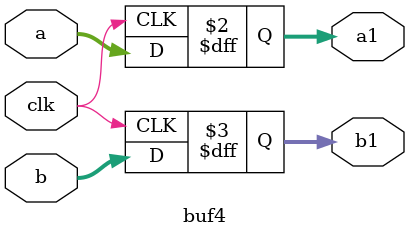
<source format=v>
`timescale 1ns / 1ps
module buf4(
    input [8:0] a,
    input [8:0] b,
    input clk,
    output reg [8:0] a1,
    output reg [8:0] b1
    );

always @(posedge clk) begin
a1<=a;
b1<=b;
end

endmodule

</source>
